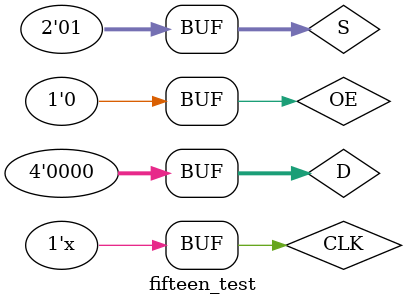
<source format=v>
`timescale 1ns / 1ps


module fifteen_test;

	// Inputs
	reg OE;
	reg [1:0] S;
	reg CLK;
	reg [3:0] D;

	// Outputs
	wire [3:0] Q;

	// Instantiate the Unit Under Test (UUT)
	fifteen uut (
		.OE(OE), 
		.S(S), 
		.CLK(CLK), 
		.D(D), 
		.Q(Q)
	);

	always #10 CLK=~CLK;
	initial begin
		OE = 0; S = 2'b11; CLK = 1; D = 4'b1000; #100;
		OE = 0; S = 2'b10; D = 4'b0; #100;   
		OE = 0; S = 2'b01; D = 4'b0; #100; 	 
		OE = 1; S = 2'b0; D = 4'b0; #100; //高阻	
		OE = 0; S = 2'b11; D = 4'b0001; #30; 	
		OE = 0; S = 2'b01; D = 4'b0; #100; 	 		
	end
      
endmodule


</source>
